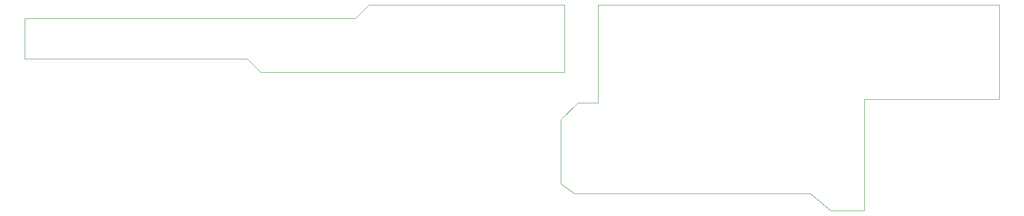
<source format=gbr>
G04 #@! TF.FileFunction,Profile,NP*
%FSLAX46Y46*%
G04 Gerber Fmt 4.6, Leading zero omitted, Abs format (unit mm)*
G04 Created by KiCad (PCBNEW 4.0.2-stable) date Wednesday, 10 August 2016 'pmt' 16:25:39*
%MOMM*%
G01*
G04 APERTURE LIST*
%ADD10C,0.100000*%
G04 APERTURE END LIST*
D10*
X139700000Y-62865000D02*
X139700000Y-50800000D01*
X142240000Y-64770000D02*
X139700000Y-62865000D01*
X186690000Y-64770000D02*
X142240000Y-64770000D01*
X190500000Y-67945000D02*
X186690000Y-64770000D01*
X196850000Y-67945000D02*
X190500000Y-67945000D01*
X196850000Y-46990000D02*
X196850000Y-67945000D01*
X222250000Y-46990000D02*
X196850000Y-46990000D01*
X222250000Y-29210000D02*
X222250000Y-46990000D01*
X146685000Y-29210000D02*
X222250000Y-29210000D01*
X146685000Y-47625000D02*
X146685000Y-29210000D01*
X142875000Y-47625000D02*
X146685000Y-47625000D01*
X139700000Y-50800000D02*
X142875000Y-47625000D01*
X83185000Y-41910000D02*
X140335000Y-41910000D01*
X80645000Y-39370000D02*
X83185000Y-41910000D01*
X140335000Y-29210000D02*
X140335000Y-30480000D01*
X103505000Y-29210000D02*
X140335000Y-29210000D01*
X100965000Y-31750000D02*
X103505000Y-29210000D01*
X38735000Y-31750000D02*
X100965000Y-31750000D01*
X38735000Y-39370000D02*
X38735000Y-31750000D01*
X80645000Y-39370000D02*
X38735000Y-39370000D01*
X140335000Y-30480000D02*
X140335000Y-41910000D01*
M02*

</source>
